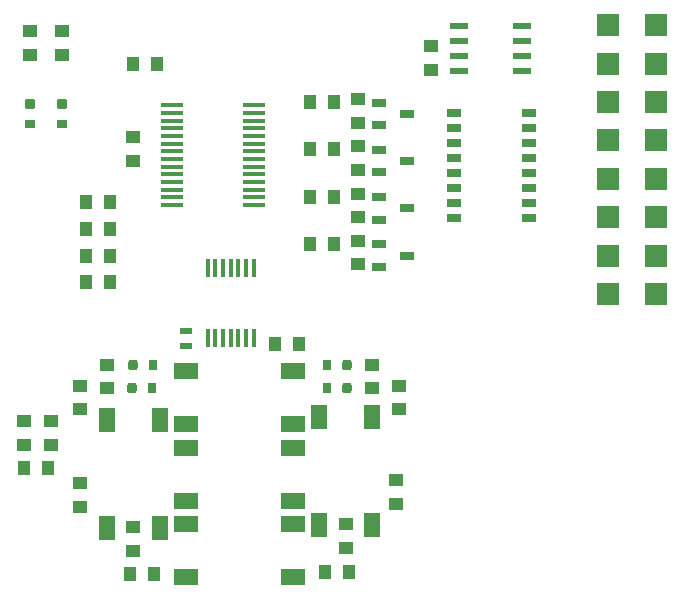
<source format=gtp>
G04*
G04 #@! TF.GenerationSoftware,Altium Limited,Altium Designer,21.7.1 (17)*
G04*
G04 Layer_Color=8421504*
%FSLAX25Y25*%
%MOIN*%
G70*
G04*
G04 #@! TF.SameCoordinates,805F3405-D18D-4A14-B230-685FC2141578*
G04*
G04*
G04 #@! TF.FilePolarity,Positive*
G04*
G01*
G75*
%ADD16R,0.04724X0.03150*%
%ADD17R,0.07559X0.07402*%
%ADD18R,0.05118X0.03937*%
%ADD19R,0.04724X0.03150*%
G04:AMPARAMS|DCode=20|XSize=74.8mil|YSize=16.54mil|CornerRadius=2.07mil|HoleSize=0mil|Usage=FLASHONLY|Rotation=180.000|XOffset=0mil|YOffset=0mil|HoleType=Round|Shape=RoundedRectangle|*
%AMROUNDEDRECTD20*
21,1,0.07480,0.01240,0,0,180.0*
21,1,0.07067,0.01654,0,0,180.0*
1,1,0.00413,-0.03533,0.00620*
1,1,0.00413,0.03533,0.00620*
1,1,0.00413,0.03533,-0.00620*
1,1,0.00413,-0.03533,-0.00620*
%
%ADD20ROUNDEDRECTD20*%
%ADD21R,0.03937X0.05118*%
%ADD22R,0.03543X0.03150*%
G04:AMPARAMS|DCode=23|XSize=31.5mil|YSize=35.43mil|CornerRadius=7.87mil|HoleSize=0mil|Usage=FLASHONLY|Rotation=270.000|XOffset=0mil|YOffset=0mil|HoleType=Round|Shape=RoundedRectangle|*
%AMROUNDEDRECTD23*
21,1,0.03150,0.01968,0,0,270.0*
21,1,0.01575,0.03543,0,0,270.0*
1,1,0.01575,-0.00984,-0.00787*
1,1,0.01575,-0.00984,0.00787*
1,1,0.01575,0.00984,0.00787*
1,1,0.01575,0.00984,-0.00787*
%
%ADD23ROUNDEDRECTD23*%
G04:AMPARAMS|DCode=24|XSize=31.5mil|YSize=35.43mil|CornerRadius=7.87mil|HoleSize=0mil|Usage=FLASHONLY|Rotation=180.000|XOffset=0mil|YOffset=0mil|HoleType=Round|Shape=RoundedRectangle|*
%AMROUNDEDRECTD24*
21,1,0.03150,0.01968,0,0,180.0*
21,1,0.01575,0.03543,0,0,180.0*
1,1,0.01575,-0.00787,0.00984*
1,1,0.01575,0.00787,0.00984*
1,1,0.01575,0.00787,-0.00984*
1,1,0.01575,-0.00787,-0.00984*
%
%ADD24ROUNDEDRECTD24*%
%ADD25R,0.03150X0.03543*%
%ADD26R,0.01559X0.06000*%
%ADD27R,0.04300X0.02400*%
%ADD28R,0.06100X0.02200*%
%ADD29R,0.08268X0.05512*%
%ADD30R,0.05512X0.08268*%
D16*
X124213Y108465D02*
D03*
Y115945D02*
D03*
X133661Y112205D02*
D03*
X124213Y124213D02*
D03*
Y131693D02*
D03*
X133661Y127953D02*
D03*
X124213Y139961D02*
D03*
Y147441D02*
D03*
X133661Y143701D02*
D03*
X124213Y155709D02*
D03*
Y163189D02*
D03*
X133661Y159449D02*
D03*
D17*
X216661Y188976D02*
D03*
X200661D02*
D03*
X216661Y176181D02*
D03*
X200661D02*
D03*
X216661Y163386D02*
D03*
X200661D02*
D03*
X216661Y150591D02*
D03*
X200661D02*
D03*
X216661Y99410D02*
D03*
X200661D02*
D03*
X216661Y112205D02*
D03*
X200661D02*
D03*
X216661Y125000D02*
D03*
X200661D02*
D03*
X216661Y137795D02*
D03*
X200661D02*
D03*
D18*
X122047Y75787D02*
D03*
Y67913D02*
D03*
X42323Y143701D02*
D03*
Y151575D02*
D03*
X141732Y182087D02*
D03*
Y174213D02*
D03*
X117126Y117126D02*
D03*
Y109252D02*
D03*
Y132874D02*
D03*
Y125000D02*
D03*
Y148622D02*
D03*
Y140748D02*
D03*
Y164370D02*
D03*
Y156496D02*
D03*
X130905Y68898D02*
D03*
Y61024D02*
D03*
X33465Y67913D02*
D03*
Y75787D02*
D03*
X24606Y68898D02*
D03*
Y61024D02*
D03*
X42323Y21654D02*
D03*
Y13780D02*
D03*
X24606Y28543D02*
D03*
Y36417D02*
D03*
X113189Y22638D02*
D03*
Y14764D02*
D03*
X129921Y29528D02*
D03*
Y37402D02*
D03*
X5906Y57087D02*
D03*
Y49213D02*
D03*
X14764Y57087D02*
D03*
Y49213D02*
D03*
X7874Y179134D02*
D03*
Y187008D02*
D03*
X18701D02*
D03*
Y179134D02*
D03*
D19*
X174213Y124606D02*
D03*
Y129606D02*
D03*
Y134606D02*
D03*
Y139606D02*
D03*
Y144606D02*
D03*
Y149606D02*
D03*
Y154606D02*
D03*
Y159606D02*
D03*
X149409D02*
D03*
Y154606D02*
D03*
Y149606D02*
D03*
Y144606D02*
D03*
Y139606D02*
D03*
Y134606D02*
D03*
Y129606D02*
D03*
Y124606D02*
D03*
D20*
X82697Y129035D02*
D03*
Y131595D02*
D03*
Y134153D02*
D03*
Y136713D02*
D03*
Y139272D02*
D03*
Y141831D02*
D03*
Y144390D02*
D03*
Y146949D02*
D03*
Y149508D02*
D03*
Y152067D02*
D03*
Y154626D02*
D03*
Y157185D02*
D03*
Y159744D02*
D03*
Y162303D02*
D03*
X55098Y129035D02*
D03*
Y131595D02*
D03*
Y134153D02*
D03*
Y136713D02*
D03*
Y139272D02*
D03*
Y141831D02*
D03*
Y144390D02*
D03*
Y146949D02*
D03*
Y149508D02*
D03*
Y152067D02*
D03*
Y154626D02*
D03*
Y157185D02*
D03*
Y159744D02*
D03*
Y162303D02*
D03*
D21*
X97441Y82677D02*
D03*
X89567D02*
D03*
X26575Y129921D02*
D03*
X34449D02*
D03*
X26575Y121063D02*
D03*
X34449D02*
D03*
X26575Y112205D02*
D03*
X34449D02*
D03*
X26575Y103347D02*
D03*
X34449D02*
D03*
X109252Y116142D02*
D03*
X101378D02*
D03*
X109252Y131890D02*
D03*
X101378D02*
D03*
X109252Y147638D02*
D03*
X101378D02*
D03*
X109252Y163386D02*
D03*
X101378D02*
D03*
X50197Y176181D02*
D03*
X42323D02*
D03*
X49213Y5906D02*
D03*
X41339D02*
D03*
X106299Y6890D02*
D03*
X114173D02*
D03*
X13780Y41339D02*
D03*
X5906D02*
D03*
D22*
X18701Y156201D02*
D03*
X7874D02*
D03*
D23*
X18701Y162697D02*
D03*
X7874D02*
D03*
D24*
X113484Y67913D02*
D03*
Y75787D02*
D03*
X42028Y67913D02*
D03*
X42323Y75787D02*
D03*
D25*
X106988Y67913D02*
D03*
Y75787D02*
D03*
X48524Y67913D02*
D03*
X48819Y75787D02*
D03*
D26*
X67126Y108110D02*
D03*
X69685D02*
D03*
X72244D02*
D03*
X74803D02*
D03*
X77362D02*
D03*
X79921D02*
D03*
X82480D02*
D03*
X82480Y84803D02*
D03*
X79921D02*
D03*
X77362D02*
D03*
X74803D02*
D03*
X72244D02*
D03*
X69685D02*
D03*
X67126D02*
D03*
D27*
X60039Y87196D02*
D03*
Y82096D02*
D03*
D28*
X171967Y173602D02*
D03*
Y183602D02*
D03*
Y188602D02*
D03*
X150867D02*
D03*
Y183602D02*
D03*
Y178602D02*
D03*
Y173602D02*
D03*
X171967Y178602D02*
D03*
D29*
X95669Y4921D02*
D03*
X59842D02*
D03*
Y22638D02*
D03*
X95669D02*
D03*
X59842Y48228D02*
D03*
X95669D02*
D03*
Y30512D02*
D03*
X59842D02*
D03*
X95669Y56102D02*
D03*
X59842D02*
D03*
Y73819D02*
D03*
X95669D02*
D03*
D30*
X33465Y21457D02*
D03*
Y57284D02*
D03*
X51181D02*
D03*
Y21457D02*
D03*
X122047Y58268D02*
D03*
Y22441D02*
D03*
X104331D02*
D03*
Y58268D02*
D03*
M02*

</source>
